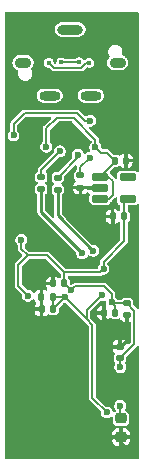
<source format=gbr>
%TF.GenerationSoftware,KiCad,Pcbnew,9.0.2*%
%TF.CreationDate,2026-02-12T21:33:36-08:00*%
%TF.ProjectId,RP2040_minimal_r2,52503230-3430-45f6-9d69-6e696d616c5f,REV2*%
%TF.SameCoordinates,Original*%
%TF.FileFunction,Copper,L2,Bot*%
%TF.FilePolarity,Positive*%
%FSLAX46Y46*%
G04 Gerber Fmt 4.6, Leading zero omitted, Abs format (unit mm)*
G04 Created by KiCad (PCBNEW 9.0.2) date 2026-02-12 21:33:36*
%MOMM*%
%LPD*%
G01*
G04 APERTURE LIST*
G04 Aperture macros list*
%AMRoundRect*
0 Rectangle with rounded corners*
0 $1 Rounding radius*
0 $2 $3 $4 $5 $6 $7 $8 $9 X,Y pos of 4 corners*
0 Add a 4 corners polygon primitive as box body*
4,1,4,$2,$3,$4,$5,$6,$7,$8,$9,$2,$3,0*
0 Add four circle primitives for the rounded corners*
1,1,$1+$1,$2,$3*
1,1,$1+$1,$4,$5*
1,1,$1+$1,$6,$7*
1,1,$1+$1,$8,$9*
0 Add four rect primitives between the rounded corners*
20,1,$1+$1,$2,$3,$4,$5,0*
20,1,$1+$1,$4,$5,$6,$7,0*
20,1,$1+$1,$6,$7,$8,$9,0*
20,1,$1+$1,$8,$9,$2,$3,0*%
G04 Aperture macros list end*
%TA.AperFunction,SMDPad,CuDef*%
%ADD10RoundRect,0.218750X0.256250X-0.218750X0.256250X0.218750X-0.256250X0.218750X-0.256250X-0.218750X0*%
%TD*%
%TA.AperFunction,ComponentPad*%
%ADD11O,1.400000X0.900000*%
%TD*%
%TA.AperFunction,ComponentPad*%
%ADD12O,2.200000X0.800000*%
%TD*%
%TA.AperFunction,ComponentPad*%
%ADD13O,1.800000X0.800000*%
%TD*%
%TA.AperFunction,ComponentPad*%
%ADD14C,0.600000*%
%TD*%
%TA.AperFunction,SMDPad,CuDef*%
%ADD15RoundRect,0.140000X-0.170000X0.140000X-0.170000X-0.140000X0.170000X-0.140000X0.170000X0.140000X0*%
%TD*%
%TA.AperFunction,SMDPad,CuDef*%
%ADD16RoundRect,0.140000X0.140000X0.170000X-0.140000X0.170000X-0.140000X-0.170000X0.140000X-0.170000X0*%
%TD*%
%TA.AperFunction,SMDPad,CuDef*%
%ADD17RoundRect,0.140000X0.170000X-0.140000X0.170000X0.140000X-0.170000X0.140000X-0.170000X-0.140000X0*%
%TD*%
%TA.AperFunction,SMDPad,CuDef*%
%ADD18RoundRect,0.135000X-0.185000X0.135000X-0.185000X-0.135000X0.185000X-0.135000X0.185000X0.135000X0*%
%TD*%
%TA.AperFunction,SMDPad,CuDef*%
%ADD19RoundRect,0.140000X-0.140000X-0.170000X0.140000X-0.170000X0.140000X0.170000X-0.140000X0.170000X0*%
%TD*%
%TA.AperFunction,SMDPad,CuDef*%
%ADD20RoundRect,0.135000X0.185000X-0.135000X0.185000X0.135000X-0.185000X0.135000X-0.185000X-0.135000X0*%
%TD*%
%TA.AperFunction,SMDPad,CuDef*%
%ADD21RoundRect,0.045000X-0.630000X-0.255000X0.630000X-0.255000X0.630000X0.255000X-0.630000X0.255000X0*%
%TD*%
%TA.AperFunction,ViaPad*%
%ADD22C,0.600000*%
%TD*%
%TA.AperFunction,ViaPad*%
%ADD23C,0.450000*%
%TD*%
%TA.AperFunction,ViaPad*%
%ADD24C,0.800000*%
%TD*%
%TA.AperFunction,Conductor*%
%ADD25C,0.200000*%
%TD*%
%TA.AperFunction,Conductor*%
%ADD26C,0.150000*%
%TD*%
%TA.AperFunction,Conductor*%
%ADD27C,0.250000*%
%TD*%
G04 APERTURE END LIST*
D10*
%TO.P,D1,1,K*%
%TO.N,GND*%
X3170000Y4902500D03*
%TO.P,D1,2,A*%
%TO.N,Net-(D1-A)*%
X3170000Y6477500D03*
%TD*%
D11*
%TO.P,1,5,5*%
%TO.N,unconnected-(1-Pad5)*%
X2880000Y36610000D03*
%TO.P,1,4,4*%
%TO.N,unconnected-(1-Pad4)*%
X-5120000Y36610000D03*
D12*
%TO.P,1,3,3*%
%TO.N,unconnected-(1-Pad3)*%
X-1120000Y39410000D03*
D13*
%TO.P,1,2,2*%
%TO.N,unconnected-(1-Pad2)*%
X-2870000Y33810000D03*
%TO.P,1,1,1*%
%TO.N,unconnected-(1-Pad1)*%
X630000Y33810000D03*
%TD*%
D14*
%TO.P,U3,57,GND*%
%TO.N,GND*%
X-2785000Y13182162D03*
X-2785000Y11907162D03*
X-2785000Y10632162D03*
X-1510000Y13182162D03*
X-1510000Y11907162D03*
X-1510000Y10632162D03*
X-235000Y13182162D03*
X-235000Y11907162D03*
X-235000Y10632162D03*
%TD*%
D15*
%TO.P,C10,1*%
%TO.N,+3V3*%
X3692500Y16217162D03*
%TO.P,C10,2*%
%TO.N,GND*%
X3692500Y15257162D03*
%TD*%
D16*
%TO.P,C8,1*%
%TO.N,+1V1*%
X-2580000Y15740000D03*
%TO.P,C8,2*%
%TO.N,GND*%
X-3540000Y15740000D03*
%TD*%
%TO.P,C9,1*%
%TO.N,+3V3*%
X-1627500Y17907162D03*
%TO.P,C9,2*%
%TO.N,GND*%
X-2587500Y17907162D03*
%TD*%
D17*
%TO.P,C12,1*%
%TO.N,+3V3*%
X3082500Y11587162D03*
%TO.P,C12,2*%
%TO.N,GND*%
X3082500Y12547162D03*
%TD*%
D18*
%TO.P,R3,1*%
%TO.N,/USB_D+*%
X-3570000Y26930000D03*
%TO.P,R3,2*%
%TO.N,Net-(U3-USB_DP)*%
X-3570000Y25910000D03*
%TD*%
D19*
%TO.P,C1,1*%
%TO.N,VBUS*%
X2640000Y28310000D03*
%TO.P,C1,2*%
%TO.N,GND*%
X3600000Y28310000D03*
%TD*%
D18*
%TO.P,R4,1*%
%TO.N,/USB_D-*%
X-2180000Y26880000D03*
%TO.P,R4,2*%
%TO.N,Net-(U3-USB_DM)*%
X-2180000Y25860000D03*
%TD*%
D16*
%TO.P,C6,1*%
%TO.N,+1V1*%
X-2607500Y16767162D03*
%TO.P,C6,2*%
%TO.N,GND*%
X-3567500Y16767162D03*
%TD*%
D20*
%TO.P,R7,1*%
%TO.N,GND*%
X-260000Y26030000D03*
%TO.P,R7,2*%
%TO.N,Net-(1-CC1)*%
X-260000Y27050000D03*
%TD*%
D16*
%TO.P,C4,1*%
%TO.N,+3V3*%
X3430000Y23580000D03*
%TO.P,C4,2*%
%TO.N,GND*%
X2470000Y23580000D03*
%TD*%
%TO.P,C15,1*%
%TO.N,+3V3*%
X2692500Y15427162D03*
%TO.P,C15,2*%
%TO.N,GND*%
X1732500Y15427162D03*
%TD*%
D21*
%TO.P,U4,1,VIN*%
%TO.N,VBUS*%
X1375000Y25040000D03*
%TO.P,U4,2,GND*%
%TO.N,GND*%
X1375000Y25990000D03*
%TO.P,U4,3,EN*%
%TO.N,VBUS*%
X1375000Y26940000D03*
%TO.P,U4,4*%
%TO.N,N/C*%
X3745000Y26940000D03*
%TO.P,U4,5,VOUT*%
%TO.N,+3V3*%
X3745000Y25040000D03*
%TD*%
D22*
%TO.N,Net-(1-CC2)*%
X565000Y31685000D03*
%TO.N,Net-(D1-A)*%
X3100000Y7550000D03*
D23*
%TO.N,VBUS*%
X-2950000Y36610000D03*
X480000Y36590000D03*
%TO.N,/USB_D-*%
X-380000Y36620000D03*
X-1880000Y36620000D03*
D22*
%TO.N,GND*%
X-5710000Y8120000D03*
X-5300000Y3380000D03*
X2550000Y3490000D03*
D24*
X-6190000Y33610000D03*
X-5700000Y24660000D03*
D22*
X4300000Y29030000D03*
X-6217500Y12717162D03*
X-1110000Y19500000D03*
D24*
X3960000Y3730000D03*
D22*
X1370000Y3680000D03*
X-3120000Y3830000D03*
D24*
X1250000Y22570000D03*
D22*
X-2490000Y21300000D03*
X4370000Y27820000D03*
X470000Y4260000D03*
X-4820000Y18130000D03*
X-1560000Y4720000D03*
X-4970000Y18970000D03*
D24*
X3690000Y17680000D03*
X4220000Y32290000D03*
X-5560000Y28320000D03*
D22*
%TO.N,VBUS*%
X-3151795Y29491386D03*
X1005000Y29455000D03*
%TO.N,+3V3*%
X3122500Y10827162D03*
X2386179Y16313144D03*
X-5260000Y21590000D03*
X-4710000Y16870000D03*
X-1051500Y17317162D03*
X1700000Y19150000D03*
%TO.N,+1V1*%
X-1577500Y16737162D03*
X1982500Y6989163D03*
X1562500Y16927162D03*
%TO.N,Net-(U3-USB_DP)*%
X-120000Y20470000D03*
%TO.N,Net-(U3-USB_DM)*%
X830000Y20670000D03*
%TO.N,/USB_D+*%
X-1995000Y29095000D03*
%TO.N,/USB_D-*%
X-470000Y28790000D03*
%TO.N,Net-(1-CC2)*%
X-5920000Y30450000D03*
%TO.N,Net-(1-CC1)*%
X530000Y28550000D03*
%TD*%
D25*
%TO.N,Net-(1-CC2)*%
X86752Y31685000D02*
X-558248Y32330000D01*
X-558248Y32330000D02*
X-4980000Y32330000D01*
X565000Y31685000D02*
X86752Y31685000D01*
X-4980000Y32330000D02*
X-5920000Y31390000D01*
X-5920000Y31390000D02*
X-5920000Y30450000D01*
D26*
%TO.N,GND*%
X3170000Y4902500D02*
X2592500Y4902500D01*
X2592500Y4902500D02*
X1370000Y3680000D01*
X3170000Y4902500D02*
X3170000Y4520000D01*
X3170000Y4520000D02*
X3960000Y3730000D01*
%TO.N,Net-(D1-A)*%
X3100000Y7550000D02*
X3100000Y6547500D01*
X3100000Y6547500D02*
X3170000Y6477500D01*
%TO.N,VBUS*%
X480000Y36590000D02*
X422189Y36532189D01*
X-2509000Y36169000D02*
X-2950000Y36610000D01*
X422189Y36532189D02*
X170000Y36532189D01*
X170000Y36532189D02*
X-193189Y36169000D01*
X-193189Y36169000D02*
X-2509000Y36169000D01*
D25*
%TO.N,/USB_D-*%
X-380000Y36620000D02*
X-1880000Y36620000D01*
D26*
%TO.N,GND*%
X1565500Y23580000D02*
X2470000Y23580000D01*
X-300000Y25810000D02*
X-300000Y25445500D01*
X-120000Y25990000D02*
X-300000Y25810000D01*
D27*
X1732500Y15007500D02*
X2820000Y13920000D01*
X3692500Y13157162D02*
X3082500Y12547162D01*
X3692500Y13920000D02*
X3692500Y13157162D01*
X2470000Y21300000D02*
X670000Y19500000D01*
D26*
X-3540000Y16739662D02*
X-3567500Y16767162D01*
X-300000Y25445500D02*
X1565500Y23580000D01*
X1375000Y25990000D02*
X-120000Y25990000D01*
D27*
X-4621000Y29069000D02*
X-4680000Y29128000D01*
X1732500Y15427162D02*
X1732500Y15007500D01*
X-4680000Y29128000D02*
X-4680000Y30790000D01*
X2470000Y23580000D02*
X2470000Y21300000D01*
D26*
X-2490000Y20880000D02*
X-1110000Y19500000D01*
D27*
X-4621000Y23431000D02*
X-2490000Y21300000D01*
X-4621000Y29069000D02*
X-4621000Y23431000D01*
X670000Y19500000D02*
X-1110000Y19500000D01*
D26*
X-3540000Y15740000D02*
X-3540000Y16739662D01*
X-2490000Y21300000D02*
X-2490000Y20880000D01*
D27*
X3692500Y15257162D02*
X3692500Y13920000D01*
X2820000Y13920000D02*
X3692500Y13920000D01*
D25*
%TO.N,VBUS*%
X2640000Y28205000D02*
X1375000Y26940000D01*
X1375000Y25040000D02*
X2130000Y25040000D01*
X1506000Y28954000D02*
X1996000Y28954000D01*
X-846000Y31946000D02*
X1005000Y30095000D01*
X-2244000Y31946000D02*
X-846000Y31946000D01*
X-3151795Y29491386D02*
X-3151795Y31038205D01*
X1005000Y29455000D02*
X1506000Y28954000D01*
X2110000Y26940000D02*
X1375000Y26940000D01*
X1005000Y30095000D02*
X1005000Y29455000D01*
X2480000Y25390000D02*
X2480000Y26570000D01*
X-3151795Y31038205D02*
X-2244000Y31946000D01*
X2480000Y26570000D02*
X2110000Y26940000D01*
X2640000Y28310000D02*
X2640000Y28205000D01*
X2130000Y25040000D02*
X2480000Y25390000D01*
X1996000Y28954000D02*
X2640000Y28310000D01*
%TO.N,+3V3*%
X-5521000Y17681000D02*
X-5521000Y19469000D01*
X4300000Y15609662D02*
X3692500Y16217162D01*
X1700000Y19150000D02*
X1700000Y19760000D01*
X-4710000Y20280000D02*
X-5260000Y20830000D01*
X2386179Y16313144D02*
X2386179Y17008002D01*
X-711500Y17657162D02*
X-1051500Y17317162D01*
X2386179Y17008002D02*
X1737019Y17657162D01*
X3692500Y16217162D02*
X2482161Y16217162D01*
X-1620000Y18840000D02*
X-3060000Y20280000D01*
X-1051500Y17317162D02*
X-1051500Y17331162D01*
X3430000Y21490000D02*
X3430000Y23580000D01*
X-5521000Y19469000D02*
X-4710000Y20280000D01*
X-3060000Y20280000D02*
X-4710000Y20280000D01*
X2386179Y16313144D02*
X2692500Y16006823D01*
X3122500Y10827162D02*
X3122500Y11547162D01*
X3430000Y24725000D02*
X3745000Y25040000D01*
X1390000Y18840000D02*
X1700000Y19150000D01*
X3122500Y11547162D02*
X3082500Y11587162D01*
X4300000Y12804662D02*
X4300000Y15609662D01*
X1700000Y19760000D02*
X3430000Y21490000D01*
X-1620000Y18840000D02*
X1390000Y18840000D01*
X1737019Y17657162D02*
X-711500Y17657162D01*
X3082500Y11587162D02*
X4300000Y12804662D01*
X3430000Y23580000D02*
X3430000Y24725000D01*
X-1627500Y18832500D02*
X-1620000Y18840000D01*
X-1051500Y17331162D02*
X-1627500Y17907162D01*
X2482161Y16217162D02*
X2386179Y16313144D01*
X-5260000Y20830000D02*
X-5260000Y21590000D01*
X2692500Y16006823D02*
X2692500Y15427162D01*
X-4710000Y16870000D02*
X-5521000Y17681000D01*
X-1627500Y17907162D02*
X-1627500Y18832500D01*
D26*
%TO.N,+1V1*%
X760000Y8211663D02*
X1982500Y6989163D01*
X-2574662Y15740000D02*
X-1577500Y16737162D01*
X-2580000Y15740000D02*
X-2574662Y15740000D01*
X-2580000Y16739662D02*
X-2607500Y16767162D01*
X-2580000Y15740000D02*
X-2580000Y16739662D01*
X-984000Y16143662D02*
X284831Y14874831D01*
X-1577500Y16737162D02*
X-984000Y16143662D01*
X-1607500Y16767162D02*
X-1577500Y16737162D01*
X284831Y14874831D02*
X760000Y14399662D01*
X760000Y14399662D02*
X760000Y8211663D01*
X-2607500Y16767162D02*
X-1607500Y16767162D01*
X284831Y14874831D02*
X284831Y15649493D01*
X284831Y15649493D02*
X1562500Y16927162D01*
D27*
%TO.N,Net-(U3-USB_DP)*%
X-120000Y20470000D02*
X-3570000Y23920000D01*
X-3570000Y23920000D02*
X-3570000Y25910000D01*
%TO.N,Net-(U3-USB_DM)*%
X830000Y20670000D02*
X-2180000Y23680000D01*
X-2180000Y23680000D02*
X-2180000Y25860000D01*
D25*
%TO.N,/USB_D+*%
X-3570000Y27520000D02*
X-3570000Y26930000D01*
X-1995000Y29095000D02*
X-3570000Y27520000D01*
%TO.N,/USB_D-*%
X-470000Y28790000D02*
X-470000Y28590000D01*
X-470000Y28590000D02*
X-2180000Y26880000D01*
X-2180000Y26880000D02*
X-2180000Y26900000D01*
%TO.N,Net-(1-CC1)*%
X-260000Y27760000D02*
X530000Y28550000D01*
X-260000Y27050000D02*
X-260000Y27760000D01*
%TD*%
%TA.AperFunction,Conductor*%
%TO.N,GND*%
G36*
X4678691Y40840593D02*
G01*
X4714655Y40791093D01*
X4719500Y40760500D01*
X4719500Y27443500D01*
X4700593Y27385309D01*
X4651093Y27349345D01*
X4589907Y27349345D01*
X4560591Y27367310D01*
X4560104Y27366579D01*
X4470791Y27426255D01*
X4470789Y27426256D01*
X4470786Y27426257D01*
X4470785Y27426257D01*
X4399191Y27440499D01*
X4399182Y27440500D01*
X4399181Y27440500D01*
X4399179Y27440500D01*
X3090822Y27440500D01*
X3090815Y27440499D01*
X3019212Y27426257D01*
X3019209Y27426256D01*
X2938007Y27372000D01*
X2938002Y27371995D01*
X2883745Y27290792D01*
X2883743Y27290786D01*
X2869501Y27219192D01*
X2869500Y27219180D01*
X2869500Y26844478D01*
X2850593Y26786287D01*
X2801093Y26750323D01*
X2739907Y26750323D01*
X2700497Y26774474D01*
X2664511Y26810460D01*
X2664510Y26810461D01*
X2664510Y26810462D01*
X2294511Y27180460D01*
X2294509Y27180462D01*
X2292336Y27181716D01*
X2291133Y27183052D01*
X2289362Y27184411D01*
X2289613Y27184740D01*
X2285760Y27189019D01*
X2276725Y27192877D01*
X2266715Y27210171D01*
X2251395Y27227186D01*
X2245326Y27245391D01*
X2245015Y27246751D01*
X2236256Y27290789D01*
X2234268Y27293763D01*
X2231482Y27305955D01*
X2233506Y27328535D01*
X2231729Y27351128D01*
X2236258Y27359216D01*
X2236947Y27366896D01*
X2247022Y27378436D01*
X2257990Y27398020D01*
X2630476Y27770505D01*
X2684992Y27798282D01*
X2700479Y27799501D01*
X2819897Y27799501D01*
X2819900Y27799501D01*
X2869487Y27806028D01*
X2869488Y27806028D01*
X2957321Y27846986D01*
X2978316Y27856776D01*
X2979737Y27858198D01*
X2981972Y27859337D01*
X2985411Y27861744D01*
X2985749Y27861261D01*
X3034250Y27885977D01*
X3094682Y27876410D01*
X3129398Y27846986D01*
X3145358Y27825361D01*
X3145360Y27825359D01*
X3252079Y27746595D01*
X3377272Y27702788D01*
X3406999Y27700001D01*
X3450000Y27700002D01*
X3450000Y28159999D01*
X3750000Y28159999D01*
X3750000Y27700002D01*
X3750001Y27700001D01*
X3793004Y27700001D01*
X3822721Y27702787D01*
X3822726Y27702788D01*
X3947920Y27746595D01*
X4054639Y27825359D01*
X4054641Y27825361D01*
X4133405Y27932080D01*
X4177212Y28057273D01*
X4180000Y28087000D01*
X4180000Y28159999D01*
X4179999Y28160000D01*
X3750001Y28160000D01*
X3750000Y28159999D01*
X3450000Y28159999D01*
X3450000Y28919999D01*
X3750000Y28919999D01*
X3750000Y28460001D01*
X3750001Y28460000D01*
X4179998Y28460000D01*
X4179999Y28460001D01*
X4179999Y28533004D01*
X4177213Y28562722D01*
X4177212Y28562727D01*
X4133405Y28687921D01*
X4054641Y28794640D01*
X4054639Y28794642D01*
X3947920Y28873406D01*
X3822727Y28917213D01*
X3793000Y28920000D01*
X3750001Y28920000D01*
X3750000Y28919999D01*
X3450000Y28919999D01*
X3450000Y28920001D01*
X3406997Y28920000D01*
X3377278Y28917214D01*
X3377273Y28917213D01*
X3252079Y28873406D01*
X3145360Y28794642D01*
X3145356Y28794638D01*
X3129397Y28773014D01*
X3079628Y28737423D01*
X3018445Y28737882D01*
X2985430Y28758284D01*
X2985411Y28758256D01*
X2984936Y28758589D01*
X2979741Y28761799D01*
X2978316Y28763224D01*
X2978314Y28763225D01*
X2978313Y28763226D01*
X2869489Y28813971D01*
X2869488Y28813972D01*
X2844694Y28817236D01*
X2819901Y28820500D01*
X2819900Y28820500D01*
X2595479Y28820500D01*
X2537288Y28839407D01*
X2525476Y28849496D01*
X2180510Y29194461D01*
X2111992Y29234020D01*
X2111988Y29234022D01*
X2035564Y29254500D01*
X2035562Y29254500D01*
X1671479Y29254500D01*
X1663881Y29256969D01*
X1655992Y29255719D01*
X1635336Y29266244D01*
X1613288Y29273407D01*
X1601475Y29283496D01*
X1534496Y29350475D01*
X1506719Y29404992D01*
X1505500Y29420479D01*
X1505500Y29520891D01*
X1505500Y29520892D01*
X1471392Y29648186D01*
X1471390Y29648189D01*
X1471390Y29648191D01*
X1405503Y29762310D01*
X1405501Y29762312D01*
X1405500Y29762314D01*
X1334494Y29833320D01*
X1306719Y29887834D01*
X1305500Y29903321D01*
X1305500Y30134563D01*
X1305499Y30134565D01*
X1285021Y30210989D01*
X1285019Y30210993D01*
X1245460Y30279511D01*
X1189511Y30335461D01*
X1189511Y30335460D01*
X509475Y31015496D01*
X481698Y31070013D01*
X491269Y31130445D01*
X534534Y31173710D01*
X579479Y31184500D01*
X630890Y31184500D01*
X630892Y31184500D01*
X758186Y31218608D01*
X758188Y31218610D01*
X758190Y31218610D01*
X872309Y31284497D01*
X872309Y31284498D01*
X872314Y31284500D01*
X965500Y31377686D01*
X995451Y31429562D01*
X1031390Y31491810D01*
X1031390Y31491812D01*
X1031392Y31491814D01*
X1065500Y31619108D01*
X1065500Y31750892D01*
X1031392Y31878186D01*
X1031390Y31878189D01*
X1031390Y31878191D01*
X965503Y31992310D01*
X965501Y31992312D01*
X965500Y31992314D01*
X872314Y32085500D01*
X872311Y32085502D01*
X872309Y32085504D01*
X758189Y32151391D01*
X758191Y32151391D01*
X708799Y32164625D01*
X630892Y32185500D01*
X499108Y32185500D01*
X421200Y32164625D01*
X371809Y32151391D01*
X257685Y32085500D01*
X254453Y32082268D01*
X199935Y32054494D01*
X139503Y32064069D01*
X114453Y32082270D01*
X-373737Y32570460D01*
X-373740Y32570462D01*
X-442256Y32610020D01*
X-442260Y32610022D01*
X-518684Y32630500D01*
X-518686Y32630500D01*
X-4940438Y32630500D01*
X-5019562Y32630500D01*
X-5066339Y32617967D01*
X-5095993Y32610021D01*
X-5164507Y32570464D01*
X-6104511Y31630460D01*
X-6104512Y31630461D01*
X-6160461Y31574511D01*
X-6200020Y31505993D01*
X-6200022Y31505989D01*
X-6220500Y31429565D01*
X-6220500Y30898321D01*
X-6239407Y30840130D01*
X-6249491Y30828324D01*
X-6320500Y30757314D01*
X-6320503Y30757311D01*
X-6320504Y30757310D01*
X-6386391Y30643191D01*
X-6386392Y30643186D01*
X-6420500Y30515892D01*
X-6420500Y30384108D01*
X-6407465Y30335461D01*
X-6386391Y30256810D01*
X-6320504Y30142691D01*
X-6320502Y30142689D01*
X-6320500Y30142686D01*
X-6227314Y30049500D01*
X-6227312Y30049499D01*
X-6227310Y30049497D01*
X-6113190Y29983610D01*
X-6113192Y29983610D01*
X-6113188Y29983609D01*
X-6113186Y29983608D01*
X-5985892Y29949500D01*
X-5985890Y29949500D01*
X-5854110Y29949500D01*
X-5854108Y29949500D01*
X-5726814Y29983608D01*
X-5726812Y29983610D01*
X-5726810Y29983610D01*
X-5612691Y30049497D01*
X-5612691Y30049498D01*
X-5612686Y30049500D01*
X-5519500Y30142686D01*
X-5453608Y30256814D01*
X-5419500Y30384108D01*
X-5419500Y30515892D01*
X-5453608Y30643186D01*
X-5453610Y30643189D01*
X-5453610Y30643191D01*
X-5519497Y30757310D01*
X-5519499Y30757312D01*
X-5519500Y30757314D01*
X-5590506Y30828320D01*
X-5618281Y30882834D01*
X-5619500Y30898321D01*
X-5619500Y31224521D01*
X-5600593Y31282712D01*
X-5590504Y31294525D01*
X-4884525Y32000504D01*
X-4830008Y32028281D01*
X-4814521Y32029500D01*
X-2824479Y32029500D01*
X-2766288Y32010593D01*
X-2730324Y31961093D01*
X-2730324Y31899907D01*
X-2754475Y31860496D01*
X-3336306Y31278665D01*
X-3336307Y31278666D01*
X-3392256Y31222716D01*
X-3431815Y31154198D01*
X-3431817Y31154194D01*
X-3452295Y31077770D01*
X-3452295Y29939707D01*
X-3471202Y29881516D01*
X-3481286Y29869710D01*
X-3517678Y29833317D01*
X-3552298Y29798697D01*
X-3552299Y29798696D01*
X-3618186Y29684577D01*
X-3618187Y29684572D01*
X-3652295Y29557278D01*
X-3652295Y29425494D01*
X-3642546Y29389110D01*
X-3618186Y29298196D01*
X-3552299Y29184077D01*
X-3552297Y29184075D01*
X-3552295Y29184072D01*
X-3459109Y29090886D01*
X-3459107Y29090885D01*
X-3459105Y29090883D01*
X-3344985Y29024996D01*
X-3344987Y29024996D01*
X-3344983Y29024995D01*
X-3344981Y29024994D01*
X-3217687Y28990886D01*
X-3217685Y28990886D01*
X-3085905Y28990886D01*
X-3085903Y28990886D01*
X-2958609Y29024994D01*
X-2958607Y29024996D01*
X-2958605Y29024996D01*
X-2844486Y29090883D01*
X-2844486Y29090884D01*
X-2844481Y29090886D01*
X-2751295Y29184072D01*
X-2706413Y29261810D01*
X-2685405Y29298196D01*
X-2685405Y29298198D01*
X-2685403Y29298200D01*
X-2651295Y29425494D01*
X-2651295Y29557278D01*
X-2685403Y29684572D01*
X-2685405Y29684575D01*
X-2685405Y29684577D01*
X-2751292Y29798696D01*
X-2751294Y29798698D01*
X-2751295Y29798700D01*
X-2822301Y29869706D01*
X-2850076Y29924220D01*
X-2851295Y29939707D01*
X-2851295Y30872726D01*
X-2832388Y30930917D01*
X-2822299Y30942730D01*
X-2148525Y31616504D01*
X-2094008Y31644281D01*
X-2078521Y31645500D01*
X-1011479Y31645500D01*
X-953288Y31626593D01*
X-941475Y31616504D01*
X675504Y29999525D01*
X679130Y29992408D01*
X685593Y29987712D01*
X692756Y29965664D01*
X703281Y29945008D01*
X704500Y29929521D01*
X704500Y29903321D01*
X685593Y29845130D01*
X675509Y29833324D01*
X604500Y29762314D01*
X604497Y29762311D01*
X604496Y29762310D01*
X538609Y29648191D01*
X538608Y29648186D01*
X504500Y29520892D01*
X504500Y29389108D01*
X528860Y29298196D01*
X538609Y29261810D01*
X574873Y29199000D01*
X587595Y29139152D01*
X562708Y29083256D01*
X509720Y29052663D01*
X489137Y29050500D01*
X464108Y29050500D01*
X386200Y29029625D01*
X336809Y29016391D01*
X222690Y28950504D01*
X222684Y28950500D01*
X172369Y28900184D01*
X117852Y28872407D01*
X57420Y28881979D01*
X14156Y28925244D01*
X6741Y28944560D01*
X-3608Y28983186D01*
X-3609Y28983187D01*
X-3609Y28983189D01*
X-3610Y28983190D01*
X-69497Y29097310D01*
X-69499Y29097312D01*
X-69500Y29097314D01*
X-162686Y29190500D01*
X-162689Y29190502D01*
X-162691Y29190504D01*
X-276811Y29256391D01*
X-276809Y29256391D01*
X-326201Y29269625D01*
X-404108Y29290500D01*
X-535892Y29290500D01*
X-613800Y29269625D01*
X-663191Y29256391D01*
X-777310Y29190504D01*
X-870504Y29097310D01*
X-936391Y28983191D01*
X-970500Y28855891D01*
X-970500Y28724109D01*
X-940993Y28613983D01*
X-944196Y28552882D01*
X-966616Y28518357D01*
X-2105475Y27379496D01*
X-2159992Y27351719D01*
X-2175479Y27350500D01*
X-2404316Y27350500D01*
X-2413089Y27349345D01*
X-2453175Y27344068D01*
X-2453176Y27344068D01*
X-2560402Y27294067D01*
X-2644067Y27210402D01*
X-2694068Y27103176D01*
X-2694068Y27103175D01*
X-2700500Y27054315D01*
X-2700500Y26705686D01*
X-2694068Y26656826D01*
X-2694068Y26656825D01*
X-2644067Y26549599D01*
X-2644066Y26549598D01*
X-2644065Y26549596D01*
X-2560404Y26465935D01*
X-2560403Y26465935D01*
X-2560402Y26465934D01*
X-2547085Y26459724D01*
X-2502337Y26417995D01*
X-2490663Y26357934D01*
X-2516522Y26302482D01*
X-2547085Y26280276D01*
X-2560402Y26274067D01*
X-2644067Y26190402D01*
X-2694068Y26083176D01*
X-2694068Y26083175D01*
X-2700500Y26034315D01*
X-2700500Y25685686D01*
X-2694068Y25636826D01*
X-2694068Y25636825D01*
X-2644067Y25529599D01*
X-2644066Y25529598D01*
X-2644065Y25529596D01*
X-2560404Y25445935D01*
X-2560403Y25445935D01*
X-2560401Y25445933D01*
X-2553309Y25440967D01*
X-2554454Y25439334D01*
X-2517913Y25405260D01*
X-2505500Y25357263D01*
X-2505500Y23637148D01*
X-2483516Y23555100D01*
X-2486719Y23493999D01*
X-2525224Y23446449D01*
X-2584325Y23430614D01*
X-2641446Y23452541D01*
X-2649147Y23459474D01*
X-3215504Y24025831D01*
X-3243281Y24080348D01*
X-3244500Y24095835D01*
X-3244500Y25407263D01*
X-3225593Y25465454D01*
X-3195942Y25489897D01*
X-3196691Y25490967D01*
X-3189600Y25495933D01*
X-3189600Y25495934D01*
X-3189596Y25495935D01*
X-3105935Y25579596D01*
X-3055932Y25686827D01*
X-3049500Y25735684D01*
X-3049500Y26084316D01*
X-3055932Y26133173D01*
X-3059116Y26140000D01*
X-3105934Y26240402D01*
X-3105935Y26240403D01*
X-3105935Y26240404D01*
X-3189596Y26324065D01*
X-3202915Y26330276D01*
X-3247663Y26372003D01*
X-3259338Y26432064D01*
X-3233481Y26487517D01*
X-3202916Y26509725D01*
X-3189596Y26515935D01*
X-3105935Y26599596D01*
X-3055932Y26706827D01*
X-3049500Y26755684D01*
X-3049500Y27104316D01*
X-3055932Y27153173D01*
X-3070499Y27184411D01*
X-3105934Y27260402D01*
X-3105935Y27260403D01*
X-3105935Y27260404D01*
X-3185279Y27339748D01*
X-3213054Y27394262D01*
X-3203483Y27454694D01*
X-3185280Y27479750D01*
X-2099526Y28565505D01*
X-2045009Y28593281D01*
X-2029522Y28594500D01*
X-1929110Y28594500D01*
X-1929108Y28594500D01*
X-1801814Y28628608D01*
X-1801812Y28628610D01*
X-1801810Y28628610D01*
X-1687691Y28694497D01*
X-1687691Y28694498D01*
X-1687686Y28694500D01*
X-1594500Y28787686D01*
X-1594497Y28787691D01*
X-1528610Y28901810D01*
X-1528610Y28901812D01*
X-1528608Y28901814D01*
X-1494500Y29029108D01*
X-1494500Y29160892D01*
X-1528608Y29288186D01*
X-1528610Y29288189D01*
X-1528610Y29288191D01*
X-1594497Y29402310D01*
X-1594499Y29402312D01*
X-1594500Y29402314D01*
X-1687686Y29495500D01*
X-1687689Y29495502D01*
X-1687691Y29495504D01*
X-1801811Y29561391D01*
X-1801809Y29561391D01*
X-1851201Y29574625D01*
X-1929108Y29595500D01*
X-2060892Y29595500D01*
X-2138800Y29574625D01*
X-2188191Y29561391D01*
X-2302310Y29495504D01*
X-2395504Y29402310D01*
X-2461391Y29288191D01*
X-2470418Y29254500D01*
X-2489287Y29184077D01*
X-2495500Y29160891D01*
X-2495500Y29060480D01*
X-2514407Y29002289D01*
X-2524496Y28990476D01*
X-3754511Y27760460D01*
X-3754512Y27760461D01*
X-3810461Y27704511D01*
X-3850020Y27635993D01*
X-3850022Y27635989D01*
X-3870500Y27559565D01*
X-3870500Y27444396D01*
X-3889407Y27386205D01*
X-3927659Y27354672D01*
X-3950402Y27344067D01*
X-4034067Y27260402D01*
X-4084068Y27153176D01*
X-4084068Y27153175D01*
X-4084068Y27153173D01*
X-4090500Y27104316D01*
X-4090500Y26755684D01*
X-4089794Y26750323D01*
X-4084068Y26706826D01*
X-4084068Y26706825D01*
X-4034067Y26599599D01*
X-4034066Y26599598D01*
X-4034065Y26599596D01*
X-3950404Y26515935D01*
X-3950403Y26515935D01*
X-3950402Y26515934D01*
X-3937085Y26509724D01*
X-3892337Y26467995D01*
X-3880663Y26407934D01*
X-3906522Y26352482D01*
X-3937085Y26330276D01*
X-3950402Y26324067D01*
X-4034067Y26240402D01*
X-4084068Y26133176D01*
X-4084068Y26133175D01*
X-4090500Y26084315D01*
X-4090500Y25735686D01*
X-4084068Y25686826D01*
X-4084068Y25686825D01*
X-4034067Y25579599D01*
X-4034066Y25579598D01*
X-4034065Y25579596D01*
X-3950404Y25495935D01*
X-3950403Y25495935D01*
X-3950401Y25495933D01*
X-3943309Y25490967D01*
X-3944454Y25489334D01*
X-3907913Y25455260D01*
X-3895500Y25407263D01*
X-3895500Y23962853D01*
X-3895500Y23877147D01*
X-3885640Y23840348D01*
X-3873317Y23794357D01*
X-3830469Y23720143D01*
X-3830467Y23720141D01*
X-3830465Y23720138D01*
X-2200826Y22090500D01*
X-649496Y20539170D01*
X-621719Y20484653D01*
X-620500Y20469166D01*
X-620500Y20404108D01*
X-609402Y20362691D01*
X-586391Y20276810D01*
X-520504Y20162691D01*
X-520502Y20162689D01*
X-520500Y20162686D01*
X-427314Y20069500D01*
X-427312Y20069499D01*
X-427310Y20069497D01*
X-313190Y20003610D01*
X-313192Y20003610D01*
X-313188Y20003609D01*
X-313186Y20003608D01*
X-185892Y19969500D01*
X-185890Y19969500D01*
X-54110Y19969500D01*
X-54108Y19969500D01*
X73186Y20003608D01*
X73188Y20003610D01*
X73190Y20003610D01*
X187309Y20069497D01*
X187309Y20069498D01*
X187314Y20069500D01*
X280500Y20162686D01*
X284434Y20169500D01*
X343734Y20272209D01*
X389203Y20313150D01*
X450053Y20319546D01*
X499471Y20292715D01*
X522686Y20269500D01*
X522688Y20269499D01*
X522690Y20269497D01*
X636810Y20203610D01*
X636808Y20203610D01*
X636812Y20203609D01*
X636814Y20203608D01*
X764108Y20169500D01*
X764110Y20169500D01*
X895890Y20169500D01*
X895892Y20169500D01*
X1023186Y20203608D01*
X1023188Y20203610D01*
X1023190Y20203610D01*
X1137309Y20269497D01*
X1137309Y20269498D01*
X1137314Y20269500D01*
X1230500Y20362686D01*
X1254416Y20404110D01*
X1296390Y20476810D01*
X1296390Y20476812D01*
X1296392Y20476814D01*
X1330500Y20604108D01*
X1330500Y20735892D01*
X1296392Y20863186D01*
X1296390Y20863189D01*
X1296390Y20863191D01*
X1230503Y20977310D01*
X1230501Y20977312D01*
X1230500Y20977314D01*
X1137314Y21070500D01*
X1137311Y21070502D01*
X1137309Y21070504D01*
X1023189Y21136391D01*
X1023191Y21136391D01*
X973799Y21149625D01*
X895892Y21170500D01*
X895890Y21170500D01*
X830834Y21170500D01*
X772643Y21189407D01*
X760830Y21199496D01*
X-1440676Y23401003D01*
X-1469672Y23429999D01*
X1890001Y23429999D01*
X1890001Y23356997D01*
X1892786Y23327279D01*
X1892787Y23327274D01*
X1936594Y23202080D01*
X2015358Y23095361D01*
X2015360Y23095359D01*
X2122079Y23016595D01*
X2247272Y22972788D01*
X2276999Y22970001D01*
X2320000Y22970002D01*
X2320000Y23429999D01*
X2319999Y23430000D01*
X1890002Y23430000D01*
X1890001Y23429999D01*
X-1469672Y23429999D01*
X-1825504Y23785831D01*
X-1834252Y23803001D01*
X1890000Y23803001D01*
X1890000Y23730001D01*
X1890001Y23730000D01*
X2319999Y23730000D01*
X2320000Y23730001D01*
X2320000Y24190001D01*
X2276997Y24190000D01*
X2247278Y24187214D01*
X2247273Y24187213D01*
X2122079Y24143406D01*
X2015360Y24064642D01*
X2015358Y24064640D01*
X1936594Y23957921D01*
X1892787Y23832728D01*
X1890000Y23803001D01*
X-1834252Y23803001D01*
X-1853281Y23840348D01*
X-1854500Y23855835D01*
X-1854500Y25357263D01*
X-1835593Y25415454D01*
X-1805942Y25439897D01*
X-1806691Y25440967D01*
X-1799600Y25445933D01*
X-1799600Y25445934D01*
X-1799596Y25445935D01*
X-1715935Y25529596D01*
X-1665932Y25636827D01*
X-1659500Y25685684D01*
X-1659500Y25879999D01*
X-880000Y25879999D01*
X-880000Y25842597D01*
X-877245Y25813217D01*
X-833936Y25689446D01*
X-756066Y25583937D01*
X-756064Y25583935D01*
X-650555Y25506065D01*
X-526784Y25462756D01*
X-497404Y25460001D01*
X-497400Y25460000D01*
X-410001Y25460000D01*
X-410000Y25460001D01*
X-410000Y25879999D01*
X-410001Y25880000D01*
X-879999Y25880000D01*
X-880000Y25879999D01*
X-1659500Y25879999D01*
X-1659500Y26034316D01*
X-1665932Y26083173D01*
X-1666465Y26084315D01*
X-1715934Y26190402D01*
X-1715935Y26190403D01*
X-1715935Y26190404D01*
X-1799596Y26274065D01*
X-1812915Y26280276D01*
X-1857663Y26322003D01*
X-1869338Y26382064D01*
X-1843481Y26437517D01*
X-1812916Y26459725D01*
X-1799596Y26465935D01*
X-1715935Y26549596D01*
X-1665932Y26656827D01*
X-1659500Y26705684D01*
X-1659500Y26934522D01*
X-1640593Y26992713D01*
X-1630510Y27004520D01*
X-721111Y27913920D01*
X-666596Y27941695D01*
X-606164Y27932124D01*
X-562899Y27888859D01*
X-553328Y27828427D01*
X-555482Y27818293D01*
X-560500Y27799565D01*
X-560500Y27564396D01*
X-579407Y27506205D01*
X-617659Y27474672D01*
X-640402Y27464067D01*
X-724067Y27380402D01*
X-774068Y27273176D01*
X-774068Y27273175D01*
X-780500Y27224315D01*
X-780500Y26875686D01*
X-774068Y26826826D01*
X-774068Y26826825D01*
X-724067Y26719599D01*
X-724066Y26719598D01*
X-724065Y26719596D01*
X-678879Y26674410D01*
X-651103Y26619895D01*
X-660674Y26559463D01*
X-690095Y26524753D01*
X-756064Y26476066D01*
X-756066Y26476064D01*
X-833936Y26370555D01*
X-877245Y26246784D01*
X-880000Y26217404D01*
X-880000Y26180001D01*
X-879999Y26180000D01*
X383993Y26180000D01*
X401474Y26174321D01*
X419824Y26173288D01*
X434891Y26163463D01*
X442184Y26161093D01*
X445478Y26156560D01*
X453997Y26151004D01*
X465001Y26140000D01*
X1276000Y26140000D01*
X1334191Y26121093D01*
X1370155Y26071593D01*
X1375000Y26041000D01*
X1375000Y25939000D01*
X1356093Y25880809D01*
X1306593Y25844845D01*
X1276000Y25840000D01*
X376007Y25840000D01*
X358525Y25845680D01*
X340176Y25846712D01*
X330139Y25854903D01*
X317816Y25858907D01*
X306003Y25868996D01*
X294999Y25880000D01*
X-109999Y25880000D01*
X-110000Y25879999D01*
X-110000Y25460001D01*
X-109999Y25460000D01*
X-22600Y25460000D01*
X-22597Y25460001D01*
X6783Y25462756D01*
X130554Y25506065D01*
X236063Y25583935D01*
X236064Y25583936D01*
X258883Y25614854D01*
X308651Y25650447D01*
X369835Y25649989D01*
X419064Y25613656D01*
X421008Y25610837D01*
X505081Y25484249D01*
X510774Y25463844D01*
X520393Y25444965D01*
X519097Y25434013D01*
X521524Y25425315D01*
X516457Y25411699D01*
X515127Y25400455D01*
X515646Y25400351D01*
X514335Y25393766D01*
X514080Y25391602D01*
X513744Y25390792D01*
X499501Y25319192D01*
X499500Y25319181D01*
X499500Y24760823D01*
X499501Y24760816D01*
X513743Y24689213D01*
X513744Y24689210D01*
X568000Y24608008D01*
X568004Y24608004D01*
X649211Y24553744D01*
X703650Y24542916D01*
X720808Y24539502D01*
X720809Y24539502D01*
X720819Y24539500D01*
X2029180Y24539501D01*
X2100789Y24553744D01*
X2181996Y24608004D01*
X2236256Y24689211D01*
X2242145Y24718821D01*
X2272040Y24772201D01*
X2289745Y24785242D01*
X2314511Y24799540D01*
X2342485Y24827515D01*
X2370461Y24855489D01*
X2535478Y25020508D01*
X2700498Y25185528D01*
X2755013Y25213304D01*
X2815445Y25203733D01*
X2858710Y25160468D01*
X2869500Y25115523D01*
X2869500Y24760823D01*
X2869501Y24760816D01*
X2883743Y24689213D01*
X2883744Y24689210D01*
X2938000Y24608008D01*
X2938004Y24608004D01*
X3019211Y24553744D01*
X3049816Y24547657D01*
X3103199Y24517759D01*
X3128814Y24462194D01*
X3129500Y24450559D01*
X3129500Y24111240D01*
X3126403Y24101710D01*
X3127564Y24091755D01*
X3118824Y24078385D01*
X3110593Y24053049D01*
X3097573Y24038424D01*
X3092177Y24033455D01*
X3091684Y24033224D01*
X3088837Y24030378D01*
X3087329Y24028988D01*
X3061279Y24017035D01*
X3035737Y24004022D01*
X3033644Y24004354D01*
X3031719Y24003470D01*
X3003615Y24009112D01*
X2975305Y24013597D01*
X2973454Y24015166D01*
X2971730Y24015512D01*
X2967041Y24020603D01*
X2940601Y24043016D01*
X2924644Y24064637D01*
X2924639Y24064642D01*
X2817920Y24143406D01*
X2692727Y24187213D01*
X2663000Y24190000D01*
X2620001Y24190000D01*
X2620000Y24189999D01*
X2620000Y22970002D01*
X2620001Y22970001D01*
X2663004Y22970001D01*
X2692721Y22972787D01*
X2692726Y22972788D01*
X2817920Y23016595D01*
X2924639Y23095359D01*
X2924642Y23095362D01*
X2940600Y23116984D01*
X2957582Y23129130D01*
X2971730Y23144489D01*
X2981917Y23146535D01*
X2990367Y23152577D01*
X3011246Y23152422D01*
X3031719Y23156531D01*
X3040664Y23152203D01*
X3051550Y23152121D01*
X3087329Y23131013D01*
X3088825Y23129635D01*
X3091684Y23126776D01*
X3092179Y23126545D01*
X3097573Y23121577D01*
X3109482Y23100400D01*
X3124106Y23080994D01*
X3125678Y23071600D01*
X3127564Y23068246D01*
X3127020Y23063581D01*
X3129500Y23048761D01*
X3129500Y21655479D01*
X3110593Y21597288D01*
X3100504Y21585475D01*
X1515489Y20000460D01*
X1515488Y20000461D01*
X1459539Y19944511D01*
X1419980Y19875993D01*
X1419978Y19875989D01*
X1399500Y19799565D01*
X1399500Y19598321D01*
X1380593Y19540130D01*
X1370509Y19528324D01*
X1299500Y19457314D01*
X1299497Y19457311D01*
X1299496Y19457310D01*
X1233609Y19343191D01*
X1233608Y19343186D01*
X1199500Y19215892D01*
X1199500Y19215889D01*
X1198961Y19213877D01*
X1165637Y19162563D01*
X1108516Y19140636D01*
X1103334Y19140500D01*
X-1454521Y19140500D01*
X-1512712Y19159407D01*
X-1524525Y19169496D01*
X-2154594Y19799565D01*
X-2875489Y20520460D01*
X-2875492Y20520462D01*
X-2891147Y20529501D01*
X-2891147Y20529500D01*
X-2944011Y20560021D01*
X-2944012Y20560022D01*
X-2944013Y20560022D01*
X-3020436Y20580500D01*
X-3020438Y20580500D01*
X-4544521Y20580500D01*
X-4602712Y20599407D01*
X-4614525Y20609496D01*
X-4930504Y20925475D01*
X-4934131Y20932593D01*
X-4940593Y20937288D01*
X-4947757Y20959337D01*
X-4958281Y20979992D01*
X-4959500Y20995479D01*
X-4959500Y21141679D01*
X-4940593Y21199870D01*
X-4930510Y21211677D01*
X-4859500Y21282686D01*
X-4859497Y21282691D01*
X-4793610Y21396810D01*
X-4793610Y21396812D01*
X-4793608Y21396814D01*
X-4759500Y21524108D01*
X-4759500Y21655892D01*
X-4793608Y21783186D01*
X-4793610Y21783189D01*
X-4793610Y21783191D01*
X-4859497Y21897310D01*
X-4859499Y21897312D01*
X-4859500Y21897314D01*
X-4952686Y21990500D01*
X-4952689Y21990502D01*
X-4952691Y21990504D01*
X-5066811Y22056391D01*
X-5066809Y22056391D01*
X-5116201Y22069625D01*
X-5194108Y22090500D01*
X-5325892Y22090500D01*
X-5403800Y22069625D01*
X-5453191Y22056391D01*
X-5567310Y21990504D01*
X-5660504Y21897310D01*
X-5726391Y21783191D01*
X-5726392Y21783186D01*
X-5760500Y21655892D01*
X-5760500Y21524108D01*
X-5740760Y21450438D01*
X-5726391Y21396810D01*
X-5660504Y21282691D01*
X-5660502Y21282689D01*
X-5660500Y21282686D01*
X-5589495Y21211681D01*
X-5561719Y21157166D01*
X-5560500Y21141679D01*
X-5560500Y20790436D01*
X-5540023Y20714018D01*
X-5540017Y20714001D01*
X-5539349Y20712846D01*
X-5539339Y20712829D01*
X-5500462Y20645492D01*
X-5500460Y20645489D01*
X-5204974Y20350003D01*
X-5177198Y20295488D01*
X-5186769Y20235056D01*
X-5204975Y20209997D01*
X-5705511Y19709460D01*
X-5705512Y19709461D01*
X-5761461Y19653511D01*
X-5801020Y19584993D01*
X-5801022Y19584989D01*
X-5821500Y19508565D01*
X-5821500Y17641436D01*
X-5801023Y17565015D01*
X-5801021Y17565010D01*
X-5785915Y17538846D01*
X-5772536Y17515673D01*
X-5761460Y17496489D01*
X-5239495Y16974524D01*
X-5211719Y16920009D01*
X-5210500Y16904522D01*
X-5210500Y16804108D01*
X-5197658Y16756182D01*
X-5176391Y16676810D01*
X-5110504Y16562691D01*
X-5110502Y16562689D01*
X-5110500Y16562686D01*
X-5017314Y16469500D01*
X-5017312Y16469499D01*
X-5017310Y16469497D01*
X-4903190Y16403610D01*
X-4903192Y16403610D01*
X-4903188Y16403609D01*
X-4903186Y16403608D01*
X-4775892Y16369500D01*
X-4775890Y16369500D01*
X-4644110Y16369500D01*
X-4644108Y16369500D01*
X-4516814Y16403608D01*
X-4516812Y16403610D01*
X-4516810Y16403610D01*
X-4402691Y16469497D01*
X-4402691Y16469498D01*
X-4402686Y16469500D01*
X-4310975Y16561212D01*
X-4256461Y16588988D01*
X-4196028Y16579417D01*
X-4152764Y16536153D01*
X-4147000Y16520021D01*
X-4146703Y16520124D01*
X-4100906Y16389242D01*
X-4030421Y16293740D01*
X-4011079Y16235692D01*
X-4029550Y16177361D01*
X-4030421Y16176163D01*
X-4073405Y16117923D01*
X-4117213Y15992728D01*
X-4120000Y15963001D01*
X-4120000Y15890001D01*
X-4119999Y15890000D01*
X-3690001Y15890000D01*
X-3690000Y15890001D01*
X-3690000Y16053602D01*
X-3716281Y16105182D01*
X-3717500Y16120669D01*
X-3717500Y17377163D01*
X-3760503Y17377162D01*
X-3790222Y17374376D01*
X-3790227Y17374375D01*
X-3915421Y17330568D01*
X-4022140Y17251804D01*
X-4022142Y17251802D01*
X-4100907Y17145081D01*
X-4100908Y17145079D01*
X-4101327Y17143881D01*
X-4102025Y17142965D01*
X-4104370Y17138527D01*
X-4105108Y17138917D01*
X-4138398Y17095205D01*
X-4197001Y17077615D01*
X-4254750Y17097831D01*
X-4280504Y17127091D01*
X-4287107Y17138527D01*
X-4309500Y17177314D01*
X-4402686Y17270500D01*
X-4402689Y17270502D01*
X-4402691Y17270504D01*
X-4516811Y17336391D01*
X-4516809Y17336391D01*
X-4566201Y17349625D01*
X-4644108Y17370500D01*
X-4744521Y17370500D01*
X-4802712Y17389407D01*
X-4814525Y17399496D01*
X-5191504Y17776475D01*
X-5219281Y17830992D01*
X-5220500Y17846479D01*
X-5220500Y18130163D01*
X-3167500Y18130163D01*
X-3167500Y18057163D01*
X-3167499Y18057162D01*
X-2737501Y18057162D01*
X-2737500Y18057163D01*
X-2737500Y18517163D01*
X-2780503Y18517162D01*
X-2810222Y18514376D01*
X-2810227Y18514375D01*
X-2935421Y18470568D01*
X-3042140Y18391804D01*
X-3042142Y18391802D01*
X-3120906Y18285083D01*
X-3164713Y18159890D01*
X-3167500Y18130163D01*
X-5220500Y18130163D01*
X-5220500Y19303521D01*
X-5201593Y19361712D01*
X-5191504Y19373525D01*
X-4614525Y19950504D01*
X-4560008Y19978281D01*
X-4544521Y19979500D01*
X-3225479Y19979500D01*
X-3167288Y19960593D01*
X-3155475Y19950504D01*
X-1956996Y18752025D01*
X-1929219Y18697508D01*
X-1928000Y18682021D01*
X-1928000Y18438402D01*
X-1931097Y18428872D01*
X-1929936Y18418917D01*
X-1938676Y18405547D01*
X-1946907Y18380211D01*
X-1959927Y18365586D01*
X-1965323Y18360617D01*
X-1965816Y18360386D01*
X-1968663Y18357540D01*
X-1970171Y18356150D01*
X-1996221Y18344197D01*
X-2021763Y18331184D01*
X-2023856Y18331516D01*
X-2025781Y18330632D01*
X-2053885Y18336274D01*
X-2082195Y18340759D01*
X-2084046Y18342328D01*
X-2085770Y18342674D01*
X-2090459Y18347765D01*
X-2116899Y18370178D01*
X-2132856Y18391799D01*
X-2132861Y18391804D01*
X-2239580Y18470568D01*
X-2364773Y18514375D01*
X-2394500Y18517162D01*
X-2437499Y18517162D01*
X-2437500Y18517161D01*
X-2437500Y18006162D01*
X-2456407Y17947971D01*
X-2505907Y17912007D01*
X-2536500Y17907162D01*
X-2587499Y17907162D01*
X-2587500Y17907161D01*
X-2587500Y17856162D01*
X-2606407Y17797971D01*
X-2655907Y17762007D01*
X-2686500Y17757162D01*
X-3167498Y17757162D01*
X-3167499Y17757161D01*
X-3167499Y17684159D01*
X-3164714Y17654441D01*
X-3164713Y17654436D01*
X-3120906Y17529242D01*
X-3070850Y17461420D01*
X-3051508Y17403372D01*
X-3069979Y17345042D01*
X-3119208Y17308708D01*
X-3180392Y17308250D01*
X-3209294Y17322976D01*
X-3219580Y17330568D01*
X-3344773Y17374375D01*
X-3374500Y17377162D01*
X-3417499Y17377162D01*
X-3417500Y17377161D01*
X-3417500Y16453561D01*
X-3391219Y16401980D01*
X-3390000Y16386493D01*
X-3390000Y15130002D01*
X-3389999Y15130001D01*
X-3346996Y15130001D01*
X-3317279Y15132787D01*
X-3317274Y15132788D01*
X-3192080Y15176595D01*
X-3085361Y15255359D01*
X-3085358Y15255362D01*
X-3069400Y15276984D01*
X-3019633Y15312577D01*
X-2958450Y15312121D01*
X-2925430Y15291717D01*
X-2925411Y15291744D01*
X-2924941Y15291415D01*
X-2919743Y15288203D01*
X-2918316Y15286776D01*
X-2809487Y15236028D01*
X-2759901Y15229500D01*
X-2400100Y15229501D01*
X-2350513Y15236028D01*
X-2350512Y15236028D01*
X-2262683Y15276984D01*
X-2241684Y15286776D01*
X-2156776Y15371684D01*
X-2106028Y15480513D01*
X-2099500Y15530099D01*
X-2099501Y15784541D01*
X-2080594Y15842730D01*
X-2070504Y15854544D01*
X-1717381Y16207666D01*
X-1710265Y16211292D01*
X-1705569Y16217755D01*
X-1683520Y16224920D01*
X-1662865Y16235443D01*
X-1647378Y16236662D01*
X-1507624Y16236662D01*
X-1449433Y16217755D01*
X-1437621Y16207666D01*
X-1140058Y15910104D01*
X-1140057Y15910104D01*
X455504Y14314543D01*
X483281Y14260026D01*
X484500Y14244539D01*
X484500Y8156863D01*
X526443Y8055605D01*
X1453004Y7129043D01*
X1480781Y7074527D01*
X1482000Y7059040D01*
X1482000Y7055055D01*
X1482000Y6923271D01*
X1507682Y6827424D01*
X1516109Y6795973D01*
X1581996Y6681854D01*
X1581998Y6681852D01*
X1582000Y6681849D01*
X1675186Y6588663D01*
X1675188Y6588662D01*
X1675190Y6588660D01*
X1789310Y6522773D01*
X1789308Y6522773D01*
X1789312Y6522772D01*
X1789314Y6522771D01*
X1916608Y6488663D01*
X1916610Y6488663D01*
X2048390Y6488663D01*
X2048392Y6488663D01*
X2175686Y6522771D01*
X2175688Y6522773D01*
X2175690Y6522773D01*
X2289809Y6588660D01*
X2289809Y6588661D01*
X2289814Y6588663D01*
X2325498Y6624348D01*
X2380013Y6652123D01*
X2440445Y6642552D01*
X2483710Y6599287D01*
X2494500Y6554342D01*
X2494500Y6225752D01*
X2510049Y6127581D01*
X2510050Y6127577D01*
X2568243Y6013369D01*
X2570342Y6009249D01*
X2664249Y5915342D01*
X2782580Y5855049D01*
X2849130Y5844509D01*
X2880751Y5839500D01*
X2880754Y5839500D01*
X3459249Y5839500D01*
X3487803Y5844024D01*
X3557420Y5855049D01*
X3675751Y5915342D01*
X3769658Y6009249D01*
X3829951Y6127580D01*
X3845500Y6225754D01*
X3845500Y6729246D01*
X3829951Y6827420D01*
X3769658Y6945751D01*
X3675751Y7039658D01*
X3637712Y7059040D01*
X3557419Y7099952D01*
X3556366Y7100294D01*
X3555470Y7100945D01*
X3550477Y7103489D01*
X3550880Y7104281D01*
X3506868Y7136261D01*
X3487964Y7194452D01*
X3501227Y7243947D01*
X3566392Y7356814D01*
X3600500Y7484108D01*
X3600500Y7615892D01*
X3566392Y7743186D01*
X3566390Y7743189D01*
X3566390Y7743191D01*
X3500503Y7857310D01*
X3500501Y7857312D01*
X3500500Y7857314D01*
X3407314Y7950500D01*
X3407311Y7950502D01*
X3407309Y7950504D01*
X3293189Y8016391D01*
X3293191Y8016391D01*
X3243799Y8029625D01*
X3165892Y8050500D01*
X3034108Y8050500D01*
X2956200Y8029625D01*
X2906809Y8016391D01*
X2792690Y7950504D01*
X2699496Y7857310D01*
X2633609Y7743191D01*
X2633608Y7743186D01*
X2599500Y7615892D01*
X2599500Y7484108D01*
X2600559Y7480156D01*
X2633609Y7356810D01*
X2699496Y7242691D01*
X2699498Y7242689D01*
X2699500Y7242686D01*
X2725749Y7216437D01*
X2736784Y7194778D01*
X2750602Y7174773D01*
X2750439Y7167978D01*
X2753525Y7161922D01*
X2749722Y7137911D01*
X2749142Y7113605D01*
X2745150Y7109043D01*
X2743954Y7101490D01*
X2712007Y7064977D01*
X2706570Y7061223D01*
X2664249Y7039658D01*
X2639459Y7014869D01*
X2632065Y7009761D01*
X2610934Y7003449D01*
X2591287Y6993438D01*
X2582229Y6994873D01*
X2573440Y6992247D01*
X2552634Y6999561D01*
X2530855Y7003010D01*
X2524369Y7009496D01*
X2515717Y7012537D01*
X2503183Y7030683D01*
X2487591Y7046276D01*
X2481558Y7061991D01*
X2480944Y7062881D01*
X2480959Y7063551D01*
X2480176Y7065592D01*
X2448892Y7182349D01*
X2448890Y7182352D01*
X2448890Y7182354D01*
X2383003Y7296473D01*
X2383001Y7296475D01*
X2383000Y7296477D01*
X2289814Y7389663D01*
X2289811Y7389665D01*
X2289809Y7389667D01*
X2175689Y7455554D01*
X2175691Y7455554D01*
X2126299Y7468788D01*
X2048392Y7489663D01*
X1916608Y7489663D01*
X1912624Y7489663D01*
X1854433Y7508570D01*
X1842620Y7518659D01*
X1064496Y8296783D01*
X1036719Y8351300D01*
X1035500Y8366787D01*
X1035500Y12740163D01*
X2472500Y12740163D01*
X2472500Y12697163D01*
X2472501Y12697162D01*
X2932499Y12697162D01*
X2932500Y12697163D01*
X2932500Y13127163D01*
X2859496Y13127162D01*
X2829778Y13124376D01*
X2829773Y13124375D01*
X2704579Y13080568D01*
X2597860Y13001804D01*
X2597858Y13001802D01*
X2519094Y12895083D01*
X2475287Y12769890D01*
X2472500Y12740163D01*
X1035500Y12740163D01*
X1035500Y14454462D01*
X993557Y14555720D01*
X993557Y14555721D01*
X993556Y14555722D01*
X589327Y14959952D01*
X561550Y15014468D01*
X560331Y15029955D01*
X560331Y15277161D01*
X1152501Y15277161D01*
X1152501Y15204159D01*
X1155286Y15174441D01*
X1155287Y15174436D01*
X1199094Y15049242D01*
X1277858Y14942523D01*
X1277860Y14942521D01*
X1384579Y14863757D01*
X1509772Y14819950D01*
X1539499Y14817163D01*
X1582500Y14817164D01*
X1582500Y15277161D01*
X1582499Y15277162D01*
X1152502Y15277162D01*
X1152501Y15277161D01*
X560331Y15277161D01*
X560331Y15494371D01*
X579238Y15552562D01*
X589321Y15564369D01*
X675115Y15650163D01*
X1152500Y15650163D01*
X1152500Y15577163D01*
X1152501Y15577162D01*
X1582499Y15577162D01*
X1582500Y15577163D01*
X1582500Y16037163D01*
X1539497Y16037162D01*
X1509778Y16034376D01*
X1509773Y16034375D01*
X1384579Y15990568D01*
X1277860Y15911804D01*
X1277858Y15911802D01*
X1199094Y15805083D01*
X1155287Y15679890D01*
X1152500Y15650163D01*
X675115Y15650163D01*
X1422618Y16397667D01*
X1477135Y16425443D01*
X1492622Y16426662D01*
X1628390Y16426662D01*
X1628392Y16426662D01*
X1755686Y16460770D01*
X1755689Y16460773D01*
X1761056Y16462210D01*
X1822157Y16459008D01*
X1869707Y16420502D01*
X1885679Y16366583D01*
X1885679Y16247252D01*
X1914611Y16139277D01*
X1911408Y16078175D01*
X1888989Y16043651D01*
X1882500Y16037162D01*
X1882500Y14817164D01*
X1882501Y14817163D01*
X1925504Y14817163D01*
X1955221Y14819949D01*
X1955226Y14819950D01*
X2080420Y14863757D01*
X2187139Y14942521D01*
X2187142Y14942524D01*
X2203100Y14964146D01*
X2252867Y14999739D01*
X2314050Y14999283D01*
X2347070Y14978879D01*
X2347089Y14978906D01*
X2347559Y14978577D01*
X2352757Y14975365D01*
X2354184Y14973938D01*
X2463013Y14923190D01*
X2512599Y14916662D01*
X2872400Y14916663D01*
X2921987Y14923190D01*
X2996873Y14958111D01*
X3057600Y14965567D01*
X3111114Y14935905D01*
X3126236Y14914650D01*
X3129094Y14909243D01*
X3207855Y14802526D01*
X3207860Y14802521D01*
X3314579Y14723757D01*
X3439772Y14679950D01*
X3469499Y14677163D01*
X3542499Y14677164D01*
X3542500Y14677164D01*
X3542500Y15158162D01*
X3547345Y15173074D01*
X3547345Y15188755D01*
X3556561Y15201441D01*
X3561407Y15216353D01*
X3574092Y15225570D01*
X3583309Y15238255D01*
X3598221Y15243101D01*
X3610907Y15252317D01*
X3641500Y15257162D01*
X3743500Y15257162D01*
X3801691Y15238255D01*
X3837655Y15188755D01*
X3842500Y15158162D01*
X3842500Y14677164D01*
X3842501Y14677163D01*
X3900500Y14677163D01*
X3958691Y14658256D01*
X3994655Y14608756D01*
X3999500Y14578163D01*
X3999500Y12970141D01*
X3997031Y12962544D01*
X3998281Y12954654D01*
X3987756Y12933999D01*
X3980593Y12911950D01*
X3970504Y12900137D01*
X3840145Y12769778D01*
X3785628Y12742001D01*
X3725196Y12751572D01*
X3681931Y12794837D01*
X3676696Y12807085D01*
X3645904Y12895085D01*
X3567141Y13001802D01*
X3567139Y13001804D01*
X3460420Y13080568D01*
X3335227Y13124375D01*
X3305500Y13127162D01*
X3232501Y13127162D01*
X3232500Y13127161D01*
X3232500Y12646162D01*
X3213593Y12587971D01*
X3164093Y12552007D01*
X3133500Y12547162D01*
X3082501Y12547162D01*
X3082500Y12547161D01*
X3082500Y12496162D01*
X3063593Y12437971D01*
X3014093Y12402007D01*
X2983500Y12397162D01*
X2472502Y12397162D01*
X2472501Y12397161D01*
X2472501Y12354159D01*
X2475286Y12324441D01*
X2475287Y12324436D01*
X2519094Y12199242D01*
X2597858Y12092523D01*
X2597863Y12092518D01*
X2619484Y12076561D01*
X2655077Y12026794D01*
X2654619Y11965610D01*
X2634216Y11932593D01*
X2634244Y11932573D01*
X2633912Y11932101D01*
X2630704Y11926907D01*
X2629277Y11925481D01*
X2629274Y11925476D01*
X2578529Y11816652D01*
X2578528Y11816651D01*
X2572000Y11767062D01*
X2572000Y11407267D01*
X2572001Y11407255D01*
X2578527Y11357676D01*
X2578527Y11357674D01*
X2629274Y11248849D01*
X2629276Y11248846D01*
X2676207Y11201914D01*
X2703984Y11147397D01*
X2694412Y11086965D01*
X2691940Y11082411D01*
X2656108Y11020350D01*
X2633369Y10935486D01*
X2622000Y10893054D01*
X2622000Y10761270D01*
X2652079Y10649011D01*
X2656109Y10633972D01*
X2721996Y10519853D01*
X2721998Y10519851D01*
X2722000Y10519848D01*
X2815186Y10426662D01*
X2815188Y10426661D01*
X2815190Y10426659D01*
X2929310Y10360772D01*
X2929308Y10360772D01*
X2929312Y10360771D01*
X2929314Y10360770D01*
X3056608Y10326662D01*
X3056610Y10326662D01*
X3188390Y10326662D01*
X3188392Y10326662D01*
X3315686Y10360770D01*
X3315688Y10360772D01*
X3315690Y10360772D01*
X3429809Y10426659D01*
X3429809Y10426660D01*
X3429814Y10426662D01*
X3523000Y10519848D01*
X3588892Y10633976D01*
X3623000Y10761270D01*
X3623000Y10893054D01*
X3588892Y11020348D01*
X3588890Y11020351D01*
X3588890Y11020353D01*
X3523778Y11133130D01*
X3511056Y11192978D01*
X3532292Y11240676D01*
X3530756Y11241751D01*
X3535720Y11248843D01*
X3535724Y11248846D01*
X3586472Y11357675D01*
X3593000Y11407261D01*
X3592999Y11631685D01*
X3611906Y11689874D01*
X3621988Y11701681D01*
X4540460Y12620151D01*
X4540463Y12620158D01*
X4541954Y12622099D01*
X4543403Y12623096D01*
X4545048Y12624740D01*
X4545352Y12624436D01*
X4592376Y12656758D01*
X4653540Y12655161D01*
X4702085Y12617917D01*
X4719500Y12561837D01*
X4719500Y3179500D01*
X4700593Y3121309D01*
X4651093Y3085345D01*
X4620500Y3080500D01*
X-6580500Y3080500D01*
X-6638691Y3099407D01*
X-6674655Y3148907D01*
X-6679500Y3179500D01*
X-6679500Y4752499D01*
X2395000Y4752499D01*
X2395000Y4643134D01*
X2405011Y4559773D01*
X2457323Y4427118D01*
X2543490Y4313491D01*
X2657117Y4227325D01*
X2657117Y4227324D01*
X2789772Y4175012D01*
X2873133Y4165001D01*
X2873140Y4165000D01*
X3019999Y4165000D01*
X3020000Y4165001D01*
X3020000Y4752499D01*
X3320000Y4752499D01*
X3320000Y4165001D01*
X3320001Y4165000D01*
X3466860Y4165000D01*
X3466866Y4165001D01*
X3550227Y4175012D01*
X3682882Y4227324D01*
X3682882Y4227325D01*
X3796509Y4313491D01*
X3882675Y4427118D01*
X3882676Y4427118D01*
X3934988Y4559773D01*
X3944999Y4643134D01*
X3945000Y4643140D01*
X3945000Y4752499D01*
X3944999Y4752500D01*
X3320001Y4752500D01*
X3320000Y4752499D01*
X3020000Y4752499D01*
X3019999Y4752500D01*
X2395001Y4752500D01*
X2395000Y4752499D01*
X-6679500Y4752499D01*
X-6679500Y5161867D01*
X2395000Y5161867D01*
X2395000Y5052501D01*
X2395001Y5052500D01*
X3019999Y5052500D01*
X3020000Y5052501D01*
X3020000Y5639999D01*
X3320000Y5639999D01*
X3320000Y5052501D01*
X3320001Y5052500D01*
X3944999Y5052500D01*
X3945000Y5052501D01*
X3945000Y5161861D01*
X3944999Y5161867D01*
X3934988Y5245228D01*
X3882676Y5377883D01*
X3796509Y5491510D01*
X3682882Y5577676D01*
X3682882Y5577677D01*
X3550227Y5629989D01*
X3466866Y5640000D01*
X3320001Y5640000D01*
X3320000Y5639999D01*
X3020000Y5639999D01*
X3019999Y5640000D01*
X2873133Y5640000D01*
X2789772Y5629989D01*
X2657117Y5577677D01*
X2657117Y5577676D01*
X2543490Y5491510D01*
X2457324Y5377883D01*
X2457323Y5377883D01*
X2405011Y5245228D01*
X2395000Y5161867D01*
X-6679500Y5161867D01*
X-6679500Y15589999D01*
X-4119999Y15589999D01*
X-4119999Y15516997D01*
X-4117214Y15487279D01*
X-4117213Y15487274D01*
X-4073406Y15362080D01*
X-3994642Y15255361D01*
X-3994640Y15255359D01*
X-3887921Y15176595D01*
X-3762728Y15132788D01*
X-3733001Y15130001D01*
X-3690000Y15130002D01*
X-3690000Y15589999D01*
X-3690001Y15590000D01*
X-4119998Y15590000D01*
X-4119999Y15589999D01*
X-6679500Y15589999D01*
X-6679500Y33889057D01*
X-3970500Y33889057D01*
X-3970500Y33730943D01*
X-3929577Y33578216D01*
X-3850520Y33441284D01*
X-3738716Y33329480D01*
X-3601784Y33250423D01*
X-3449057Y33209500D01*
X-3449055Y33209500D01*
X-2290945Y33209500D01*
X-2290943Y33209500D01*
X-2138216Y33250423D01*
X-2001284Y33329480D01*
X-1889480Y33441284D01*
X-1810423Y33578216D01*
X-1769500Y33730943D01*
X-1769500Y33889057D01*
X-470500Y33889057D01*
X-470500Y33730943D01*
X-429577Y33578216D01*
X-350520Y33441284D01*
X-238716Y33329480D01*
X-101784Y33250423D01*
X50943Y33209500D01*
X50945Y33209500D01*
X1209055Y33209500D01*
X1209057Y33209500D01*
X1361784Y33250423D01*
X1498716Y33329480D01*
X1610520Y33441284D01*
X1689577Y33578216D01*
X1730500Y33730943D01*
X1730500Y33889057D01*
X1689577Y34041784D01*
X1610520Y34178716D01*
X1498716Y34290520D01*
X1361784Y34369577D01*
X1209057Y34410500D01*
X50943Y34410500D01*
X-101784Y34369577D01*
X-238716Y34290520D01*
X-350520Y34178716D01*
X-429577Y34041784D01*
X-470500Y33889057D01*
X-1769500Y33889057D01*
X-1810423Y34041784D01*
X-1889480Y34178716D01*
X-2001284Y34290520D01*
X-2138216Y34369577D01*
X-2290943Y34410500D01*
X-3449057Y34410500D01*
X-3601784Y34369577D01*
X-3738716Y34290520D01*
X-3850520Y34178716D01*
X-3929577Y34041784D01*
X-3970500Y33889057D01*
X-6679500Y33889057D01*
X-6679500Y36674069D01*
X-6020500Y36674069D01*
X-6020500Y36545931D01*
X-5996596Y36425759D01*
X-5995501Y36420258D01*
X-5995500Y36420253D01*
X-5946466Y36301875D01*
X-5946462Y36301867D01*
X-5911481Y36249515D01*
X-5875276Y36195331D01*
X-5784669Y36104724D01*
X-5746161Y36078994D01*
X-5678134Y36033539D01*
X-5678123Y36033533D01*
X-5654260Y36023649D01*
X-5562735Y35985738D01*
X-5516210Y35946003D01*
X-5501926Y35886508D01*
X-5504994Y35868653D01*
X-5522524Y35803228D01*
X-5532933Y35724160D01*
X-5532933Y35645841D01*
X-5522524Y35566775D01*
X-5502255Y35491127D01*
X-5471736Y35417446D01*
X-5432576Y35349621D01*
X-5384033Y35286358D01*
X-5384031Y35286356D01*
X-5384027Y35286351D01*
X-5328649Y35230973D01*
X-5328645Y35230970D01*
X-5328643Y35230968D01*
X-5288793Y35200391D01*
X-5265379Y35182424D01*
X-5231468Y35162845D01*
X-5197555Y35143265D01*
X-5140566Y35119660D01*
X-5123872Y35112745D01*
X-5048225Y35092476D01*
X-4969158Y35082067D01*
X-4969157Y35082067D01*
X-4890843Y35082067D01*
X-4890842Y35082067D01*
X-4811775Y35092476D01*
X-4736128Y35112745D01*
X-4662444Y35143266D01*
X-4594621Y35182424D01*
X-4531351Y35230973D01*
X-4475973Y35286351D01*
X-4427424Y35349621D01*
X-4388266Y35417444D01*
X-4357745Y35491128D01*
X-4337476Y35566775D01*
X-4327067Y35645842D01*
X-4327067Y35724158D01*
X-4337476Y35803225D01*
X-4357745Y35878872D01*
X-4376090Y35923161D01*
X-4388265Y35952555D01*
X-4429044Y36023185D01*
X-4428242Y36023649D01*
X-4443856Y36078994D01*
X-4422684Y36136399D01*
X-4414935Y36145120D01*
X-4364732Y36195323D01*
X-4364724Y36195331D01*
X-4293535Y36301873D01*
X-4244499Y36420256D01*
X-4219500Y36545931D01*
X-4219500Y36666018D01*
X-3375500Y36666018D01*
X-3375500Y36553982D01*
X-3361027Y36499969D01*
X-3346502Y36445759D01*
X-3290487Y36348740D01*
X-3290485Y36348737D01*
X-3211263Y36269515D01*
X-3211261Y36269514D01*
X-3114241Y36213499D01*
X-3114243Y36213499D01*
X-3114239Y36213498D01*
X-3114237Y36213497D01*
X-3006018Y36184500D01*
X-2955124Y36184500D01*
X-2896933Y36165593D01*
X-2885121Y36155504D01*
X-2763155Y36033539D01*
X-2665059Y35935443D01*
X-2635405Y35923161D01*
X-2635403Y35923159D01*
X-2635402Y35923159D01*
X-2599601Y35908330D01*
X-2563800Y35893500D01*
X-2563799Y35893500D01*
X-138390Y35893500D01*
X-138389Y35893500D01*
X-37131Y35935443D01*
X40368Y36012942D01*
X40367Y36012942D01*
X201927Y36174502D01*
X256442Y36202278D01*
X309815Y36195961D01*
X315755Y36193502D01*
X315763Y36193497D01*
X423982Y36164500D01*
X423984Y36164500D01*
X536016Y36164500D01*
X536018Y36164500D01*
X644237Y36193497D01*
X644239Y36193499D01*
X644241Y36193499D01*
X704363Y36228211D01*
X741263Y36249515D01*
X820485Y36328737D01*
X876503Y36425763D01*
X905500Y36533982D01*
X905500Y36646018D01*
X897984Y36674069D01*
X1979500Y36674069D01*
X1979500Y36545931D01*
X2003404Y36425759D01*
X2004499Y36420258D01*
X2004500Y36420253D01*
X2053534Y36301875D01*
X2053538Y36301867D01*
X2088519Y36249515D01*
X2124724Y36195331D01*
X2215331Y36104724D01*
X2253839Y36078994D01*
X2321866Y36033539D01*
X2321870Y36033537D01*
X2321873Y36033535D01*
X2440256Y35984499D01*
X2565931Y35959500D01*
X2565932Y35959500D01*
X3194068Y35959500D01*
X3194069Y35959500D01*
X3319744Y35984499D01*
X3438127Y36033535D01*
X3544669Y36104724D01*
X3635276Y36195331D01*
X3706465Y36301873D01*
X3755501Y36420256D01*
X3780500Y36545931D01*
X3780500Y36674069D01*
X3755501Y36799744D01*
X3706465Y36918127D01*
X3706463Y36918130D01*
X3706461Y36918134D01*
X3660778Y36986502D01*
X3635276Y37024669D01*
X3544669Y37115276D01*
X3502226Y37143635D01*
X3438133Y37186462D01*
X3438125Y37186466D01*
X3322734Y37234263D01*
X3276208Y37274000D01*
X3261925Y37333495D01*
X3264994Y37351351D01*
X3282522Y37416769D01*
X3282523Y37416771D01*
X3282524Y37416775D01*
X3292933Y37495842D01*
X3292933Y37574158D01*
X3282524Y37653225D01*
X3262255Y37728872D01*
X3255340Y37745566D01*
X3231735Y37802555D01*
X3192575Y37870380D01*
X3144032Y37933643D01*
X3144030Y37933645D01*
X3144027Y37933649D01*
X3088649Y37989027D01*
X3088644Y37989031D01*
X3088642Y37989033D01*
X3025379Y38037576D01*
X2957554Y38076736D01*
X2883873Y38107255D01*
X2808225Y38127524D01*
X2729159Y38137933D01*
X2729158Y38137933D01*
X2650842Y38137933D01*
X2650840Y38137933D01*
X2571774Y38127524D01*
X2496126Y38107255D01*
X2422445Y38076736D01*
X2354620Y38037576D01*
X2291357Y37989033D01*
X2235967Y37933643D01*
X2187424Y37870380D01*
X2148264Y37802555D01*
X2117745Y37728874D01*
X2097476Y37653226D01*
X2087067Y37574160D01*
X2087067Y37495841D01*
X2097476Y37416775D01*
X2117745Y37341127D01*
X2148264Y37267446D01*
X2189044Y37196815D01*
X2188243Y37196353D01*
X2203855Y37140998D01*
X2182677Y37083595D01*
X2174935Y37074882D01*
X2124732Y37024679D01*
X2124724Y37024669D01*
X2053538Y36918134D01*
X2053534Y36918126D01*
X2004500Y36799748D01*
X2004499Y36799745D01*
X2004499Y36799744D01*
X1999426Y36774242D01*
X1979888Y36676018D01*
X1979500Y36674069D01*
X897984Y36674069D01*
X876503Y36754237D01*
X876501Y36754240D01*
X876501Y36754242D01*
X820486Y36851261D01*
X820485Y36851263D01*
X741263Y36930485D01*
X725810Y36939407D01*
X644240Y36986502D01*
X644242Y36986502D01*
X602251Y36997753D01*
X536018Y37015500D01*
X423982Y37015500D01*
X357748Y36997753D01*
X315758Y36986502D01*
X218737Y36930486D01*
X139517Y36851267D01*
X137433Y36848550D01*
X135412Y36847162D01*
X134926Y36846675D01*
X134835Y36846766D01*
X87008Y36813895D01*
X25844Y36815497D01*
X-22698Y36852744D01*
X-26835Y36859301D01*
X-39515Y36881263D01*
X-118737Y36960485D01*
X-118740Y36960487D01*
X-215760Y37016502D01*
X-215758Y37016502D01*
X-257749Y37027753D01*
X-323982Y37045500D01*
X-436018Y37045500D01*
X-502252Y37027753D01*
X-544242Y37016502D01*
X-641261Y36960487D01*
X-641263Y36960486D01*
X-641263Y36960485D01*
X-652254Y36949495D01*
X-706768Y36921719D01*
X-722255Y36920500D01*
X-1537745Y36920500D01*
X-1595936Y36939407D01*
X-1607743Y36949491D01*
X-1618737Y36960485D01*
X-1618740Y36960487D01*
X-1715760Y37016502D01*
X-1715758Y37016502D01*
X-1757749Y37027753D01*
X-1823982Y37045500D01*
X-1936018Y37045500D01*
X-2002252Y37027753D01*
X-2044242Y37016502D01*
X-2141261Y36960487D01*
X-2220487Y36881261D01*
X-2276502Y36784242D01*
X-2305500Y36676017D01*
X-2305500Y36594124D01*
X-2312664Y36572077D01*
X-2316290Y36549179D01*
X-2321939Y36543531D01*
X-2324407Y36535933D01*
X-2343164Y36522306D01*
X-2359555Y36505914D01*
X-2367445Y36504665D01*
X-2373907Y36499969D01*
X-2397092Y36499969D01*
X-2419987Y36496343D01*
X-2427104Y36499969D01*
X-2435093Y36499969D01*
X-2474504Y36524120D01*
X-2495504Y36545120D01*
X-2523281Y36599637D01*
X-2524500Y36615124D01*
X-2524500Y36666017D01*
X-2526657Y36674068D01*
X-2553497Y36774237D01*
X-2553499Y36774240D01*
X-2553499Y36774242D01*
X-2609514Y36871261D01*
X-2609515Y36871263D01*
X-2688737Y36950485D01*
X-2688740Y36950487D01*
X-2785760Y37006502D01*
X-2785758Y37006502D01*
X-2827749Y37017753D01*
X-2893982Y37035500D01*
X-3006018Y37035500D01*
X-3072252Y37017753D01*
X-3114242Y37006502D01*
X-3211261Y36950487D01*
X-3290487Y36871261D01*
X-3346502Y36774242D01*
X-3346503Y36774237D01*
X-3375500Y36666018D01*
X-4219500Y36666018D01*
X-4219500Y36674069D01*
X-4244499Y36799744D01*
X-4293535Y36918127D01*
X-4293537Y36918130D01*
X-4293539Y36918134D01*
X-4339222Y36986502D01*
X-4364724Y37024669D01*
X-4455331Y37115276D01*
X-4497774Y37143635D01*
X-4561867Y37186462D01*
X-4561875Y37186466D01*
X-4680253Y37235500D01*
X-4680255Y37235501D01*
X-4680256Y37235501D01*
X-4805931Y37260500D01*
X-5434069Y37260500D01*
X-5434070Y37260500D01*
X-5496907Y37248001D01*
X-5559744Y37235501D01*
X-5559745Y37235501D01*
X-5559748Y37235500D01*
X-5678126Y37186466D01*
X-5678134Y37186462D01*
X-5784669Y37115276D01*
X-5784673Y37115273D01*
X-5875273Y37024673D01*
X-5875276Y37024669D01*
X-5946462Y36918134D01*
X-5946466Y36918126D01*
X-5995500Y36799748D01*
X-5995501Y36799745D01*
X-5995501Y36799744D01*
X-6000574Y36774242D01*
X-6020112Y36676018D01*
X-6020500Y36674069D01*
X-6679500Y36674069D01*
X-6679500Y39489057D01*
X-2420500Y39489057D01*
X-2420500Y39330943D01*
X-2379577Y39178216D01*
X-2300520Y39041284D01*
X-2188716Y38929480D01*
X-2051784Y38850423D01*
X-1899057Y38809500D01*
X-1899055Y38809500D01*
X-340945Y38809500D01*
X-340943Y38809500D01*
X-188216Y38850423D01*
X-51284Y38929480D01*
X60520Y39041284D01*
X139577Y39178216D01*
X180500Y39330943D01*
X180500Y39489057D01*
X139577Y39641784D01*
X60520Y39778716D01*
X-51284Y39890520D01*
X-188216Y39969577D01*
X-340943Y40010500D01*
X-1899057Y40010500D01*
X-2051784Y39969577D01*
X-2188716Y39890520D01*
X-2300520Y39778716D01*
X-2379577Y39641784D01*
X-2420500Y39489057D01*
X-6679500Y39489057D01*
X-6679500Y40760500D01*
X-6660593Y40818691D01*
X-6611093Y40854655D01*
X-6580500Y40859500D01*
X4620500Y40859500D01*
X4678691Y40840593D01*
G37*
%TD.AperFunction*%
%TA.AperFunction,Conductor*%
G36*
X4665445Y24624710D02*
G01*
X4708710Y24581445D01*
X4719500Y24536500D01*
X4719500Y15852489D01*
X4700593Y15794298D01*
X4651093Y15758334D01*
X4589907Y15758334D01*
X4545311Y15789849D01*
X4545048Y15789585D01*
X4543513Y15791120D01*
X4541962Y15792216D01*
X4540460Y15794173D01*
X4231995Y16102639D01*
X4204218Y16157155D01*
X4202999Y16172642D01*
X4202999Y16397059D01*
X4202998Y16397070D01*
X4196472Y16446649D01*
X4196472Y16446651D01*
X4145725Y16555476D01*
X4145724Y16555477D01*
X4145724Y16555478D01*
X4060816Y16640386D01*
X4060814Y16640387D01*
X4060813Y16640388D01*
X3951989Y16691133D01*
X3951988Y16691134D01*
X3935458Y16693310D01*
X3902401Y16697662D01*
X3902399Y16697662D01*
X3482603Y16697662D01*
X3482592Y16697661D01*
X3433013Y16691135D01*
X3433011Y16691135D01*
X3324186Y16640388D01*
X3324184Y16640387D01*
X3324184Y16640386D01*
X3239276Y16555478D01*
X3239275Y16555477D01*
X3233152Y16549353D01*
X3231105Y16551400D01*
X3193494Y16523056D01*
X3161261Y16517662D01*
X2903186Y16517662D01*
X2844995Y16536569D01*
X2826313Y16554280D01*
X2821369Y16560372D01*
X2786679Y16620458D01*
X2712043Y16695094D01*
X2708806Y16699083D01*
X2699569Y16723071D01*
X2687898Y16745978D01*
X2687165Y16755285D01*
X2686820Y16756182D01*
X2687032Y16756978D01*
X2686679Y16761465D01*
X2686679Y17047565D01*
X2686678Y17047567D01*
X2684845Y17054406D01*
X2666200Y17123991D01*
X2664410Y17127091D01*
X2626639Y17192513D01*
X2570690Y17248463D01*
X2570690Y17248462D01*
X1921530Y17897622D01*
X1905006Y17907162D01*
X1880240Y17921461D01*
X1880239Y17921461D01*
X1853007Y17937184D01*
X1776583Y17957662D01*
X1776581Y17957662D01*
X-671938Y17957662D01*
X-751062Y17957662D01*
X-827488Y17937184D01*
X-827489Y17937184D01*
X-827491Y17937183D01*
X-896013Y17897621D01*
X-946976Y17846658D01*
X-954093Y17843033D01*
X-958788Y17836569D01*
X-980840Y17829405D01*
X-1001493Y17818881D01*
X-1016979Y17817662D01*
X-1048001Y17817662D01*
X-1106192Y17836569D01*
X-1142156Y17886069D01*
X-1147001Y17916662D01*
X-1147001Y18117059D01*
X-1147002Y18117070D01*
X-1153528Y18166649D01*
X-1153528Y18166651D01*
X-1204275Y18275476D01*
X-1204276Y18275477D01*
X-1204276Y18275478D01*
X-1289184Y18360386D01*
X-1289186Y18360387D01*
X-1295309Y18366510D01*
X-1293265Y18368555D01*
X-1294736Y18370506D01*
X-1308093Y18380211D01*
X-1312682Y18394334D01*
X-1321614Y18406193D01*
X-1327000Y18438402D01*
X-1327000Y18440500D01*
X-1308093Y18498691D01*
X-1258593Y18534655D01*
X-1228000Y18539500D01*
X1429563Y18539500D01*
X1429563Y18539501D01*
X1505989Y18559979D01*
X1574511Y18599540D01*
X1595475Y18620505D01*
X1649991Y18648281D01*
X1665478Y18649500D01*
X1765890Y18649500D01*
X1765892Y18649500D01*
X1893186Y18683608D01*
X1893188Y18683610D01*
X1893190Y18683610D01*
X2007309Y18749497D01*
X2007309Y18749498D01*
X2007314Y18749500D01*
X2100500Y18842686D01*
X2166392Y18956814D01*
X2200500Y19084108D01*
X2200500Y19215892D01*
X2166392Y19343186D01*
X2166390Y19343189D01*
X2166390Y19343191D01*
X2100503Y19457310D01*
X2100501Y19457312D01*
X2100500Y19457314D01*
X2031393Y19526421D01*
X2003618Y19580935D01*
X2013189Y19641367D01*
X2031389Y19666419D01*
X3670460Y21305489D01*
X3683882Y21328737D01*
X3710021Y21374011D01*
X3730500Y21450438D01*
X3730500Y23048761D01*
X3749407Y23106952D01*
X3762764Y23120079D01*
X3762191Y23120652D01*
X3768314Y23126776D01*
X3768316Y23126776D01*
X3853224Y23211684D01*
X3903972Y23320513D01*
X3910500Y23370099D01*
X3910499Y23789900D01*
X3903972Y23839487D01*
X3903972Y23839489D01*
X3853225Y23948314D01*
X3853224Y23948315D01*
X3853224Y23948316D01*
X3768316Y24033224D01*
X3768314Y24033225D01*
X3762191Y24039348D01*
X3764235Y24041393D01*
X3735886Y24079031D01*
X3730500Y24111240D01*
X3730500Y24440501D01*
X3749407Y24498692D01*
X3798907Y24534656D01*
X3829500Y24539501D01*
X4399178Y24539501D01*
X4399180Y24539501D01*
X4470789Y24553744D01*
X4490362Y24566823D01*
X4560105Y24613421D01*
X4561112Y24611914D01*
X4605013Y24634281D01*
X4665445Y24624710D01*
G37*
%TD.AperFunction*%
%TD*%
M02*

</source>
